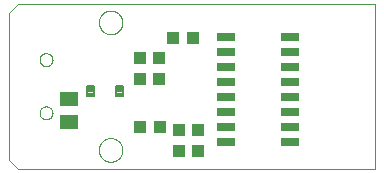
<source format=gbp>
G75*
%MOIN*%
%OFA0B0*%
%FSLAX25Y25*%
%IPPOS*%
%LPD*%
%AMOC8*
5,1,8,0,0,1.08239X$1,22.5*
%
%ADD10C,0.00000*%
%ADD11R,0.04134X0.04252*%
%ADD12R,0.04252X0.04134*%
%ADD13C,0.00787*%
%ADD14R,0.06000X0.02500*%
%ADD15R,0.05906X0.05118*%
%ADD16R,0.03937X0.04331*%
D10*
X0058802Y0014831D02*
X0061802Y0011831D01*
X0180849Y0011831D01*
X0180849Y0066949D01*
X0061802Y0066949D01*
X0058802Y0063949D01*
X0058802Y0014831D01*
X0088691Y0018130D02*
X0088693Y0018255D01*
X0088699Y0018380D01*
X0088709Y0018504D01*
X0088723Y0018628D01*
X0088740Y0018752D01*
X0088762Y0018875D01*
X0088788Y0018997D01*
X0088817Y0019119D01*
X0088850Y0019239D01*
X0088888Y0019358D01*
X0088928Y0019477D01*
X0088973Y0019593D01*
X0089021Y0019708D01*
X0089073Y0019822D01*
X0089129Y0019934D01*
X0089188Y0020044D01*
X0089250Y0020152D01*
X0089316Y0020259D01*
X0089385Y0020363D01*
X0089458Y0020464D01*
X0089533Y0020564D01*
X0089612Y0020661D01*
X0089694Y0020755D01*
X0089779Y0020847D01*
X0089866Y0020936D01*
X0089957Y0021022D01*
X0090050Y0021105D01*
X0090146Y0021186D01*
X0090244Y0021263D01*
X0090344Y0021337D01*
X0090447Y0021408D01*
X0090552Y0021475D01*
X0090660Y0021540D01*
X0090769Y0021600D01*
X0090880Y0021658D01*
X0090993Y0021711D01*
X0091107Y0021761D01*
X0091223Y0021808D01*
X0091340Y0021850D01*
X0091459Y0021889D01*
X0091579Y0021925D01*
X0091700Y0021956D01*
X0091822Y0021984D01*
X0091944Y0022007D01*
X0092068Y0022027D01*
X0092192Y0022043D01*
X0092316Y0022055D01*
X0092441Y0022063D01*
X0092566Y0022067D01*
X0092690Y0022067D01*
X0092815Y0022063D01*
X0092940Y0022055D01*
X0093064Y0022043D01*
X0093188Y0022027D01*
X0093312Y0022007D01*
X0093434Y0021984D01*
X0093556Y0021956D01*
X0093677Y0021925D01*
X0093797Y0021889D01*
X0093916Y0021850D01*
X0094033Y0021808D01*
X0094149Y0021761D01*
X0094263Y0021711D01*
X0094376Y0021658D01*
X0094487Y0021600D01*
X0094597Y0021540D01*
X0094704Y0021475D01*
X0094809Y0021408D01*
X0094912Y0021337D01*
X0095012Y0021263D01*
X0095110Y0021186D01*
X0095206Y0021105D01*
X0095299Y0021022D01*
X0095390Y0020936D01*
X0095477Y0020847D01*
X0095562Y0020755D01*
X0095644Y0020661D01*
X0095723Y0020564D01*
X0095798Y0020464D01*
X0095871Y0020363D01*
X0095940Y0020259D01*
X0096006Y0020152D01*
X0096068Y0020044D01*
X0096127Y0019934D01*
X0096183Y0019822D01*
X0096235Y0019708D01*
X0096283Y0019593D01*
X0096328Y0019477D01*
X0096368Y0019358D01*
X0096406Y0019239D01*
X0096439Y0019119D01*
X0096468Y0018997D01*
X0096494Y0018875D01*
X0096516Y0018752D01*
X0096533Y0018628D01*
X0096547Y0018504D01*
X0096557Y0018380D01*
X0096563Y0018255D01*
X0096565Y0018130D01*
X0096563Y0018005D01*
X0096557Y0017880D01*
X0096547Y0017756D01*
X0096533Y0017632D01*
X0096516Y0017508D01*
X0096494Y0017385D01*
X0096468Y0017263D01*
X0096439Y0017141D01*
X0096406Y0017021D01*
X0096368Y0016902D01*
X0096328Y0016783D01*
X0096283Y0016667D01*
X0096235Y0016552D01*
X0096183Y0016438D01*
X0096127Y0016326D01*
X0096068Y0016216D01*
X0096006Y0016108D01*
X0095940Y0016001D01*
X0095871Y0015897D01*
X0095798Y0015796D01*
X0095723Y0015696D01*
X0095644Y0015599D01*
X0095562Y0015505D01*
X0095477Y0015413D01*
X0095390Y0015324D01*
X0095299Y0015238D01*
X0095206Y0015155D01*
X0095110Y0015074D01*
X0095012Y0014997D01*
X0094912Y0014923D01*
X0094809Y0014852D01*
X0094704Y0014785D01*
X0094596Y0014720D01*
X0094487Y0014660D01*
X0094376Y0014602D01*
X0094263Y0014549D01*
X0094149Y0014499D01*
X0094033Y0014452D01*
X0093916Y0014410D01*
X0093797Y0014371D01*
X0093677Y0014335D01*
X0093556Y0014304D01*
X0093434Y0014276D01*
X0093312Y0014253D01*
X0093188Y0014233D01*
X0093064Y0014217D01*
X0092940Y0014205D01*
X0092815Y0014197D01*
X0092690Y0014193D01*
X0092566Y0014193D01*
X0092441Y0014197D01*
X0092316Y0014205D01*
X0092192Y0014217D01*
X0092068Y0014233D01*
X0091944Y0014253D01*
X0091822Y0014276D01*
X0091700Y0014304D01*
X0091579Y0014335D01*
X0091459Y0014371D01*
X0091340Y0014410D01*
X0091223Y0014452D01*
X0091107Y0014499D01*
X0090993Y0014549D01*
X0090880Y0014602D01*
X0090769Y0014660D01*
X0090659Y0014720D01*
X0090552Y0014785D01*
X0090447Y0014852D01*
X0090344Y0014923D01*
X0090244Y0014997D01*
X0090146Y0015074D01*
X0090050Y0015155D01*
X0089957Y0015238D01*
X0089866Y0015324D01*
X0089779Y0015413D01*
X0089694Y0015505D01*
X0089612Y0015599D01*
X0089533Y0015696D01*
X0089458Y0015796D01*
X0089385Y0015897D01*
X0089316Y0016001D01*
X0089250Y0016108D01*
X0089188Y0016216D01*
X0089129Y0016326D01*
X0089073Y0016438D01*
X0089021Y0016552D01*
X0088973Y0016667D01*
X0088928Y0016783D01*
X0088888Y0016902D01*
X0088850Y0017021D01*
X0088817Y0017141D01*
X0088788Y0017263D01*
X0088762Y0017385D01*
X0088740Y0017508D01*
X0088723Y0017632D01*
X0088709Y0017756D01*
X0088699Y0017880D01*
X0088693Y0018005D01*
X0088691Y0018130D01*
X0068920Y0030472D02*
X0068922Y0030565D01*
X0068928Y0030657D01*
X0068938Y0030749D01*
X0068952Y0030840D01*
X0068969Y0030931D01*
X0068991Y0031021D01*
X0069016Y0031110D01*
X0069045Y0031198D01*
X0069078Y0031284D01*
X0069115Y0031369D01*
X0069155Y0031453D01*
X0069199Y0031534D01*
X0069246Y0031614D01*
X0069296Y0031692D01*
X0069350Y0031767D01*
X0069407Y0031840D01*
X0069467Y0031910D01*
X0069530Y0031978D01*
X0069596Y0032043D01*
X0069664Y0032105D01*
X0069735Y0032165D01*
X0069809Y0032221D01*
X0069885Y0032274D01*
X0069963Y0032323D01*
X0070043Y0032370D01*
X0070125Y0032412D01*
X0070209Y0032452D01*
X0070294Y0032487D01*
X0070381Y0032519D01*
X0070469Y0032548D01*
X0070558Y0032572D01*
X0070648Y0032593D01*
X0070739Y0032609D01*
X0070831Y0032622D01*
X0070923Y0032631D01*
X0071016Y0032636D01*
X0071108Y0032637D01*
X0071201Y0032634D01*
X0071293Y0032627D01*
X0071385Y0032616D01*
X0071476Y0032601D01*
X0071567Y0032583D01*
X0071657Y0032560D01*
X0071745Y0032534D01*
X0071833Y0032504D01*
X0071919Y0032470D01*
X0072003Y0032433D01*
X0072086Y0032391D01*
X0072167Y0032347D01*
X0072247Y0032299D01*
X0072324Y0032248D01*
X0072398Y0032193D01*
X0072471Y0032135D01*
X0072541Y0032075D01*
X0072608Y0032011D01*
X0072672Y0031945D01*
X0072734Y0031875D01*
X0072792Y0031804D01*
X0072847Y0031730D01*
X0072899Y0031653D01*
X0072948Y0031574D01*
X0072994Y0031494D01*
X0073036Y0031411D01*
X0073074Y0031327D01*
X0073109Y0031241D01*
X0073140Y0031154D01*
X0073167Y0031066D01*
X0073190Y0030976D01*
X0073210Y0030886D01*
X0073226Y0030795D01*
X0073238Y0030703D01*
X0073246Y0030611D01*
X0073250Y0030518D01*
X0073250Y0030426D01*
X0073246Y0030333D01*
X0073238Y0030241D01*
X0073226Y0030149D01*
X0073210Y0030058D01*
X0073190Y0029968D01*
X0073167Y0029878D01*
X0073140Y0029790D01*
X0073109Y0029703D01*
X0073074Y0029617D01*
X0073036Y0029533D01*
X0072994Y0029450D01*
X0072948Y0029370D01*
X0072899Y0029291D01*
X0072847Y0029214D01*
X0072792Y0029140D01*
X0072734Y0029069D01*
X0072672Y0028999D01*
X0072608Y0028933D01*
X0072541Y0028869D01*
X0072471Y0028809D01*
X0072398Y0028751D01*
X0072324Y0028696D01*
X0072247Y0028645D01*
X0072168Y0028597D01*
X0072086Y0028553D01*
X0072003Y0028511D01*
X0071919Y0028474D01*
X0071833Y0028440D01*
X0071745Y0028410D01*
X0071657Y0028384D01*
X0071567Y0028361D01*
X0071476Y0028343D01*
X0071385Y0028328D01*
X0071293Y0028317D01*
X0071201Y0028310D01*
X0071108Y0028307D01*
X0071016Y0028308D01*
X0070923Y0028313D01*
X0070831Y0028322D01*
X0070739Y0028335D01*
X0070648Y0028351D01*
X0070558Y0028372D01*
X0070469Y0028396D01*
X0070381Y0028425D01*
X0070294Y0028457D01*
X0070209Y0028492D01*
X0070125Y0028532D01*
X0070043Y0028574D01*
X0069963Y0028621D01*
X0069885Y0028670D01*
X0069809Y0028723D01*
X0069735Y0028779D01*
X0069664Y0028839D01*
X0069596Y0028901D01*
X0069530Y0028966D01*
X0069467Y0029034D01*
X0069407Y0029104D01*
X0069350Y0029177D01*
X0069296Y0029252D01*
X0069246Y0029330D01*
X0069199Y0029410D01*
X0069155Y0029491D01*
X0069115Y0029575D01*
X0069078Y0029660D01*
X0069045Y0029746D01*
X0069016Y0029834D01*
X0068991Y0029923D01*
X0068969Y0030013D01*
X0068952Y0030104D01*
X0068938Y0030195D01*
X0068928Y0030287D01*
X0068922Y0030379D01*
X0068920Y0030472D01*
X0068920Y0048189D02*
X0068922Y0048282D01*
X0068928Y0048374D01*
X0068938Y0048466D01*
X0068952Y0048557D01*
X0068969Y0048648D01*
X0068991Y0048738D01*
X0069016Y0048827D01*
X0069045Y0048915D01*
X0069078Y0049001D01*
X0069115Y0049086D01*
X0069155Y0049170D01*
X0069199Y0049251D01*
X0069246Y0049331D01*
X0069296Y0049409D01*
X0069350Y0049484D01*
X0069407Y0049557D01*
X0069467Y0049627D01*
X0069530Y0049695D01*
X0069596Y0049760D01*
X0069664Y0049822D01*
X0069735Y0049882D01*
X0069809Y0049938D01*
X0069885Y0049991D01*
X0069963Y0050040D01*
X0070043Y0050087D01*
X0070125Y0050129D01*
X0070209Y0050169D01*
X0070294Y0050204D01*
X0070381Y0050236D01*
X0070469Y0050265D01*
X0070558Y0050289D01*
X0070648Y0050310D01*
X0070739Y0050326D01*
X0070831Y0050339D01*
X0070923Y0050348D01*
X0071016Y0050353D01*
X0071108Y0050354D01*
X0071201Y0050351D01*
X0071293Y0050344D01*
X0071385Y0050333D01*
X0071476Y0050318D01*
X0071567Y0050300D01*
X0071657Y0050277D01*
X0071745Y0050251D01*
X0071833Y0050221D01*
X0071919Y0050187D01*
X0072003Y0050150D01*
X0072086Y0050108D01*
X0072167Y0050064D01*
X0072247Y0050016D01*
X0072324Y0049965D01*
X0072398Y0049910D01*
X0072471Y0049852D01*
X0072541Y0049792D01*
X0072608Y0049728D01*
X0072672Y0049662D01*
X0072734Y0049592D01*
X0072792Y0049521D01*
X0072847Y0049447D01*
X0072899Y0049370D01*
X0072948Y0049291D01*
X0072994Y0049211D01*
X0073036Y0049128D01*
X0073074Y0049044D01*
X0073109Y0048958D01*
X0073140Y0048871D01*
X0073167Y0048783D01*
X0073190Y0048693D01*
X0073210Y0048603D01*
X0073226Y0048512D01*
X0073238Y0048420D01*
X0073246Y0048328D01*
X0073250Y0048235D01*
X0073250Y0048143D01*
X0073246Y0048050D01*
X0073238Y0047958D01*
X0073226Y0047866D01*
X0073210Y0047775D01*
X0073190Y0047685D01*
X0073167Y0047595D01*
X0073140Y0047507D01*
X0073109Y0047420D01*
X0073074Y0047334D01*
X0073036Y0047250D01*
X0072994Y0047167D01*
X0072948Y0047087D01*
X0072899Y0047008D01*
X0072847Y0046931D01*
X0072792Y0046857D01*
X0072734Y0046786D01*
X0072672Y0046716D01*
X0072608Y0046650D01*
X0072541Y0046586D01*
X0072471Y0046526D01*
X0072398Y0046468D01*
X0072324Y0046413D01*
X0072247Y0046362D01*
X0072168Y0046314D01*
X0072086Y0046270D01*
X0072003Y0046228D01*
X0071919Y0046191D01*
X0071833Y0046157D01*
X0071745Y0046127D01*
X0071657Y0046101D01*
X0071567Y0046078D01*
X0071476Y0046060D01*
X0071385Y0046045D01*
X0071293Y0046034D01*
X0071201Y0046027D01*
X0071108Y0046024D01*
X0071016Y0046025D01*
X0070923Y0046030D01*
X0070831Y0046039D01*
X0070739Y0046052D01*
X0070648Y0046068D01*
X0070558Y0046089D01*
X0070469Y0046113D01*
X0070381Y0046142D01*
X0070294Y0046174D01*
X0070209Y0046209D01*
X0070125Y0046249D01*
X0070043Y0046291D01*
X0069963Y0046338D01*
X0069885Y0046387D01*
X0069809Y0046440D01*
X0069735Y0046496D01*
X0069664Y0046556D01*
X0069596Y0046618D01*
X0069530Y0046683D01*
X0069467Y0046751D01*
X0069407Y0046821D01*
X0069350Y0046894D01*
X0069296Y0046969D01*
X0069246Y0047047D01*
X0069199Y0047127D01*
X0069155Y0047208D01*
X0069115Y0047292D01*
X0069078Y0047377D01*
X0069045Y0047463D01*
X0069016Y0047551D01*
X0068991Y0047640D01*
X0068969Y0047730D01*
X0068952Y0047821D01*
X0068938Y0047912D01*
X0068928Y0048004D01*
X0068922Y0048096D01*
X0068920Y0048189D01*
X0088691Y0060650D02*
X0088693Y0060775D01*
X0088699Y0060900D01*
X0088709Y0061024D01*
X0088723Y0061148D01*
X0088740Y0061272D01*
X0088762Y0061395D01*
X0088788Y0061517D01*
X0088817Y0061639D01*
X0088850Y0061759D01*
X0088888Y0061878D01*
X0088928Y0061997D01*
X0088973Y0062113D01*
X0089021Y0062228D01*
X0089073Y0062342D01*
X0089129Y0062454D01*
X0089188Y0062564D01*
X0089250Y0062672D01*
X0089316Y0062779D01*
X0089385Y0062883D01*
X0089458Y0062984D01*
X0089533Y0063084D01*
X0089612Y0063181D01*
X0089694Y0063275D01*
X0089779Y0063367D01*
X0089866Y0063456D01*
X0089957Y0063542D01*
X0090050Y0063625D01*
X0090146Y0063706D01*
X0090244Y0063783D01*
X0090344Y0063857D01*
X0090447Y0063928D01*
X0090552Y0063995D01*
X0090660Y0064060D01*
X0090769Y0064120D01*
X0090880Y0064178D01*
X0090993Y0064231D01*
X0091107Y0064281D01*
X0091223Y0064328D01*
X0091340Y0064370D01*
X0091459Y0064409D01*
X0091579Y0064445D01*
X0091700Y0064476D01*
X0091822Y0064504D01*
X0091944Y0064527D01*
X0092068Y0064547D01*
X0092192Y0064563D01*
X0092316Y0064575D01*
X0092441Y0064583D01*
X0092566Y0064587D01*
X0092690Y0064587D01*
X0092815Y0064583D01*
X0092940Y0064575D01*
X0093064Y0064563D01*
X0093188Y0064547D01*
X0093312Y0064527D01*
X0093434Y0064504D01*
X0093556Y0064476D01*
X0093677Y0064445D01*
X0093797Y0064409D01*
X0093916Y0064370D01*
X0094033Y0064328D01*
X0094149Y0064281D01*
X0094263Y0064231D01*
X0094376Y0064178D01*
X0094487Y0064120D01*
X0094597Y0064060D01*
X0094704Y0063995D01*
X0094809Y0063928D01*
X0094912Y0063857D01*
X0095012Y0063783D01*
X0095110Y0063706D01*
X0095206Y0063625D01*
X0095299Y0063542D01*
X0095390Y0063456D01*
X0095477Y0063367D01*
X0095562Y0063275D01*
X0095644Y0063181D01*
X0095723Y0063084D01*
X0095798Y0062984D01*
X0095871Y0062883D01*
X0095940Y0062779D01*
X0096006Y0062672D01*
X0096068Y0062564D01*
X0096127Y0062454D01*
X0096183Y0062342D01*
X0096235Y0062228D01*
X0096283Y0062113D01*
X0096328Y0061997D01*
X0096368Y0061878D01*
X0096406Y0061759D01*
X0096439Y0061639D01*
X0096468Y0061517D01*
X0096494Y0061395D01*
X0096516Y0061272D01*
X0096533Y0061148D01*
X0096547Y0061024D01*
X0096557Y0060900D01*
X0096563Y0060775D01*
X0096565Y0060650D01*
X0096563Y0060525D01*
X0096557Y0060400D01*
X0096547Y0060276D01*
X0096533Y0060152D01*
X0096516Y0060028D01*
X0096494Y0059905D01*
X0096468Y0059783D01*
X0096439Y0059661D01*
X0096406Y0059541D01*
X0096368Y0059422D01*
X0096328Y0059303D01*
X0096283Y0059187D01*
X0096235Y0059072D01*
X0096183Y0058958D01*
X0096127Y0058846D01*
X0096068Y0058736D01*
X0096006Y0058628D01*
X0095940Y0058521D01*
X0095871Y0058417D01*
X0095798Y0058316D01*
X0095723Y0058216D01*
X0095644Y0058119D01*
X0095562Y0058025D01*
X0095477Y0057933D01*
X0095390Y0057844D01*
X0095299Y0057758D01*
X0095206Y0057675D01*
X0095110Y0057594D01*
X0095012Y0057517D01*
X0094912Y0057443D01*
X0094809Y0057372D01*
X0094704Y0057305D01*
X0094596Y0057240D01*
X0094487Y0057180D01*
X0094376Y0057122D01*
X0094263Y0057069D01*
X0094149Y0057019D01*
X0094033Y0056972D01*
X0093916Y0056930D01*
X0093797Y0056891D01*
X0093677Y0056855D01*
X0093556Y0056824D01*
X0093434Y0056796D01*
X0093312Y0056773D01*
X0093188Y0056753D01*
X0093064Y0056737D01*
X0092940Y0056725D01*
X0092815Y0056717D01*
X0092690Y0056713D01*
X0092566Y0056713D01*
X0092441Y0056717D01*
X0092316Y0056725D01*
X0092192Y0056737D01*
X0092068Y0056753D01*
X0091944Y0056773D01*
X0091822Y0056796D01*
X0091700Y0056824D01*
X0091579Y0056855D01*
X0091459Y0056891D01*
X0091340Y0056930D01*
X0091223Y0056972D01*
X0091107Y0057019D01*
X0090993Y0057069D01*
X0090880Y0057122D01*
X0090769Y0057180D01*
X0090659Y0057240D01*
X0090552Y0057305D01*
X0090447Y0057372D01*
X0090344Y0057443D01*
X0090244Y0057517D01*
X0090146Y0057594D01*
X0090050Y0057675D01*
X0089957Y0057758D01*
X0089866Y0057844D01*
X0089779Y0057933D01*
X0089694Y0058025D01*
X0089612Y0058119D01*
X0089533Y0058216D01*
X0089458Y0058316D01*
X0089385Y0058417D01*
X0089316Y0058521D01*
X0089250Y0058628D01*
X0089188Y0058736D01*
X0089129Y0058846D01*
X0089073Y0058958D01*
X0089021Y0059072D01*
X0088973Y0059187D01*
X0088928Y0059303D01*
X0088888Y0059422D01*
X0088850Y0059541D01*
X0088817Y0059661D01*
X0088788Y0059783D01*
X0088762Y0059905D01*
X0088740Y0060028D01*
X0088723Y0060152D01*
X0088709Y0060276D01*
X0088699Y0060400D01*
X0088693Y0060525D01*
X0088691Y0060650D01*
D11*
X0113357Y0055331D03*
X0120246Y0055331D03*
D12*
X0108802Y0048776D03*
X0102302Y0048776D03*
X0102302Y0041886D03*
X0108802Y0041886D03*
X0115302Y0024776D03*
X0121802Y0024776D03*
X0121802Y0017886D03*
X0115302Y0017886D03*
D13*
X0096905Y0036059D02*
X0094541Y0036059D01*
X0094541Y0039603D01*
X0096905Y0039603D01*
X0096905Y0036059D01*
X0096905Y0036845D02*
X0094541Y0036845D01*
X0094541Y0037631D02*
X0096905Y0037631D01*
X0096905Y0038417D02*
X0094541Y0038417D01*
X0094541Y0039203D02*
X0096905Y0039203D01*
X0087062Y0036059D02*
X0084698Y0036059D01*
X0084698Y0039603D01*
X0087062Y0039603D01*
X0087062Y0036059D01*
X0087062Y0036845D02*
X0084698Y0036845D01*
X0084698Y0037631D02*
X0087062Y0037631D01*
X0087062Y0038417D02*
X0084698Y0038417D01*
X0084698Y0039203D02*
X0087062Y0039203D01*
D14*
X0131191Y0040831D03*
X0131191Y0035831D03*
X0131191Y0030831D03*
X0131191Y0025831D03*
X0131191Y0020831D03*
X0152412Y0020831D03*
X0152412Y0025831D03*
X0152412Y0030831D03*
X0152412Y0035831D03*
X0152412Y0040831D03*
X0152412Y0045831D03*
X0152412Y0050831D03*
X0152412Y0055831D03*
X0131191Y0055831D03*
X0131191Y0050831D03*
X0131191Y0045831D03*
D15*
X0078802Y0035071D03*
X0078802Y0027591D03*
D16*
X0102455Y0025831D03*
X0109148Y0025831D03*
M02*

</source>
